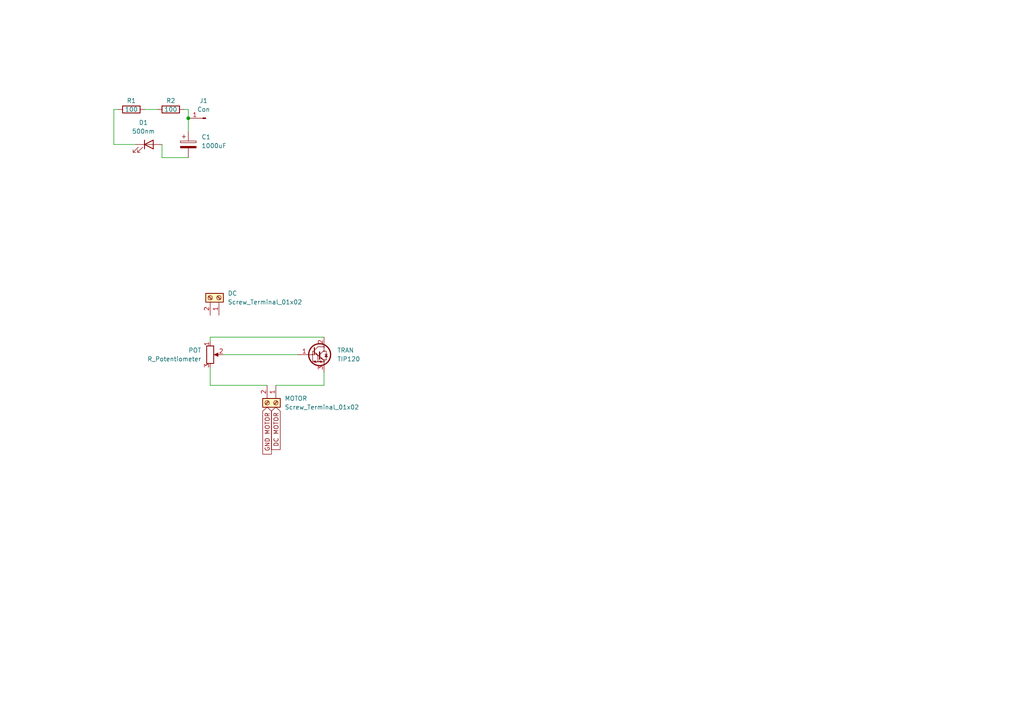
<source format=kicad_sch>
(kicad_sch (version 20211123) (generator eeschema)
  (paper "A4")
  (lib_symbols
    (symbol "Connector:Conn_01x01_Male" (pin_names (offset 1.016) hide)
      (property "Reference" "J" (at 0 2.54 0))
      (property "Value" "Conn_01x01_Male" (at 0 -2.54 0))
      (symbol "Conn_01x01_Male_1_1"
        (polyline (pts (xy 1.27 0) (xy 0.8636 0)) (stroke (width 0.1524)))
        (rectangle (start 0.8636 0.127) (end 0 -0.127) (stroke (width 0.1524)) (fill (type outline)))
        (pin passive line (at 5.08 0 180) (length 3.81) (name "Pin_1") (number "1"))
      )
    )
    (symbol "Connector:Screw_Terminal_01x02" (pin_names (offset 1.016) hide)
      (property "Reference" "J" (at 0 2.54 0))
      (property "Value" "Screw_Terminal_01x02" (at 0 -5.08 0))
      (symbol "Screw_Terminal_01x02_1_1"
        (rectangle (start -1.27 1.27) (end 1.27 -3.81) (stroke (width 0.254)) (fill (type background)))
        (circle (center 0 -2.54) (radius 0.635) (stroke (width 0.1524)))
        (polyline (pts (xy -0.5334 -2.2098) (xy 0.3302 -3.048)) (stroke (width 0.1524)))
        (polyline (pts (xy -0.5334 0.3302) (xy 0.3302 -0.508)) (stroke (width 0.1524)))
        (polyline (pts (xy -0.3556 -2.032) (xy 0.508 -2.8702)) (stroke (width 0.1524)))
        (polyline (pts (xy -0.3556 0.508) (xy 0.508 -0.3302)) (stroke (width 0.1524)))
        (circle (center 0 0) (radius 0.635) (stroke (width 0.1524)))
        (pin passive line (at -5.08 0 0) (length 3.81) (name "Pin_1") (number "1"))
        (pin passive line (at -5.08 -2.54 0) (length 3.81) (name "Pin_2") (number "2"))
      )
    )
    (symbol "Device:C_Polarized" (pin_numbers hide) (pin_names (offset 0.254))
      (property "Reference" "C" (at 0.635 2.54 0))
      (property "Value" "C_Polarized" (at 0.635 -2.54 0))
      (symbol "C_Polarized_0_1"
        (rectangle (start -2.286 0.508) (end 2.286 1.016))
        (polyline (pts (xy -1.778 2.286) (xy -0.762 2.286)))
        (polyline (pts (xy -1.27 2.794) (xy -1.27 1.778)))
        (rectangle (start 2.286 -0.508) (end -2.286 -1.016) (fill (type outline)))
      )
      (symbol "C_Polarized_1_1"
        (pin passive line (at 0 3.81 270) (length 2.794) (name "~") (number "1"))
        (pin passive line (at 0 -3.81 90) (length 2.794) (name "~") (number "2"))
      )
    )
    (symbol "Device:LED" (pin_numbers hide) (pin_names (offset 1.016) hide)
      (property "Reference" "D" (at 0 2.54 0))
      (property "Value" "LED" (at 0 -2.54 0))
      (symbol "LED_0_1"
        (polyline (pts (xy -1.27 -1.27) (xy -1.27 1.27)) (stroke (width 0.254)))
        (polyline (pts (xy -1.27 0) (xy 1.27 0)))
        (polyline (pts (xy 1.27 -1.27) (xy 1.27 1.27) (xy -1.27 0) (xy 1.27 -1.27)) (stroke (width 0.254)))
        (polyline (pts (xy -3.048 -0.762) (xy -4.572 -2.286) (xy -3.81 -2.286) (xy -4.572 -2.286) (xy -4.572 -1.524)))
        (polyline (pts (xy -1.778 -0.762) (xy -3.302 -2.286) (xy -2.54 -2.286) (xy -3.302 -2.286) (xy -3.302 -1.524)))
      )
      (symbol "LED_1_1"
        (pin passive line (at -3.81 0 0) (length 2.54) (name "K") (number "1"))
        (pin passive line (at 3.81 0 180) (length 2.54) (name "A") (number "2"))
      )
    )
    (symbol "Device:R" (pin_numbers hide) (pin_names (offset 0))
      (property "Reference" "R" (at 2.032 0 90))
      (property "Value" "R" (at 0 0 90))
      (symbol "R_0_1"
        (rectangle (start -1.016 -2.54) (end 1.016 2.54) (stroke (width 0.254)))
      )
      (symbol "R_1_1"
        (pin passive line (at 0 3.81 270) (length 1.27) (name "~") (number "1"))
        (pin passive line (at 0 -3.81 90) (length 1.27) (name "~") (number "2"))
      )
    )
    (symbol "Device:R_Potentiometer" (pin_names (offset 1.016) hide)
      (property "Reference" "RV" (at -4.445 0 90))
      (property "Value" "R_Potentiometer" (at -2.54 0 90))
      (symbol "R_Potentiometer_0_1"
        (polyline (pts (xy 2.54 0) (xy 1.524 0)))
        (polyline (pts (xy 1.143 0) (xy 2.286 0.508) (xy 2.286 -0.508) (xy 1.143 0)) (fill (type outline)))
        (rectangle (start 1.016 2.54) (end -1.016 -2.54) (stroke (width 0.254)))
      )
      (symbol "R_Potentiometer_1_1"
        (pin passive line (at 0 3.81 270) (length 1.27) (name "1") (number "1"))
        (pin passive line (at 3.81 0 180) (length 1.27) (name "2") (number "2"))
        (pin passive line (at 0 -3.81 90) (length 1.27) (name "3") (number "3"))
      )
    )
    (symbol "Transistor_BJT:TIP120" (pin_names (offset 0) hide)
      (property "Reference" "Q" (at 5.08 1.905 0))
      (property "Value" "TIP120" (at 5.08 0 0))
      (symbol "TIP120_0_1"
        (circle (center -0.762 0) (radius 0.127))
        (polyline (pts (xy -1.27 0) (xy -0.889 0)))
        (polyline (pts (xy 2.54 -2.032) (xy 2.54 -2.54)))
        (polyline (pts (xy 2.54 -1.524) (xy 3.175 -1.524)))
        (polyline (pts (xy 2.794 0.127) (xy 3.556 0.127)))
        (polyline (pts (xy 3.175 -0.635) (xy 3.175 -1.524)))
        (polyline (pts (xy 3.175 1.016) (xy 2.54 1.016)))
        (polyline (pts (xy 3.175 1.016) (xy 3.175 0.127)))
        (polyline (pts (xy -0.254 0.762) (xy 0.762 -0.254) (xy 1.27 -0.254)))
        (polyline (pts (xy -0.254 1.016) (xy -0.762 1.016) (xy -0.762 -2.032)))
        (polyline (pts (xy -0.254 1.27) (xy 0.762 2.286) (xy 2.54 2.286)))
        (polyline (pts (xy -0.254 2.032) (xy -0.254 0) (xy -0.254 0)) (stroke (width 0.3048)))
        (polyline (pts (xy 1.27 0.762) (xy 1.27 -1.27) (xy 1.27 -1.27)) (stroke (width 0.381)))
        (polyline (pts (xy 0.635 -0.127) (xy 0.381 0.381) (xy 0.127 0.127) (xy 0.635 -0.127)))
        (polyline (pts (xy 1.27 -0.508) (xy 2.286 -1.524) (xy 2.54 -1.524) (xy 2.54 -2.032)))
        (polyline (pts (xy 1.27 0) (xy 2.286 1.016) (xy 2.54 1.016) (xy 2.54 2.286)))
        (polyline (pts (xy 2.159 -1.397) (xy 1.905 -0.889) (xy 1.651 -1.143) (xy 2.159 -1.397)))
        (polyline (pts (xy 3.175 0.127) (xy 2.794 -0.635) (xy 3.556 -0.635) (xy 3.175 0.127)) (fill (type outline)))
        (polyline (pts (xy 0.762 -2.032) (xy 0.381 -2.032) (xy 0.254 -2.286) (xy 0.127 -1.778) (xy 0 -2.286) (xy -0.127 -1.778) (xy -0.254 -2.286) (xy -0.381 -1.778) (xy -0.508 -2.032) (xy -0.762 -2.032)))
        (polyline (pts (xy 0.762 -0.254) (xy 0.762 -2.032) (xy 1.143 -2.032) (xy 1.27 -1.778) (xy 1.397 -2.286) (xy 1.524 -1.778) (xy 1.651 -2.286) (xy 1.778 -1.778) (xy 1.905 -2.286) (xy 2.032 -2.032) (xy 2.54 -2.032)))
        (circle (center 0.762 -2.032) (radius 0.127))
        (circle (center 0.762 -0.254) (radius 0.127))
        (circle (center 1.27 0) (radius 3.175) (stroke (width 0.3556)))
        (circle (center 2.54 -2.032) (radius 0.127))
        (circle (center 2.54 -1.524) (radius 0.127))
        (circle (center 2.54 1.016) (radius 0.127))
        (circle (center 2.54 2.286) (radius 0.127))
      )
      (symbol "TIP120_1_1"
        (pin input line (at -5.08 0 0) (length 3.81) (name "B") (number "1"))
        (pin passive line (at 2.54 5.08 270) (length 2.667) (name "C") (number "2"))
        (pin passive line (at 2.54 -5.08 90) (length 2.54) (name "E") (number "3"))
      )
    )
  )
  (junction (at 54.61 34.29))
  (wire (pts (xy 93.98 111.76) (xy 93.98 107.95)))
  (wire (pts (xy 60.96 99.06) (xy 60.96 97.79)))
  (wire (pts (xy 80.01 111.76) (xy 93.98 111.76)))
  (wire (pts (xy 39.37 41.91) (xy 33.02 41.91)))
  (wire (pts (xy 33.02 41.91) (xy 33.02 31.75)))
  (wire (pts (xy 53.34 31.75) (xy 54.61 31.75)))
  (wire (pts (xy 46.99 45.72) (xy 46.99 41.91)))
  (wire (pts (xy 54.61 31.75) (xy 54.61 34.29)))
  (wire (pts (xy 54.61 45.72) (xy 46.99 45.72)))
  (wire (pts (xy 41.91 31.75) (xy 45.72 31.75)))
  (wire (pts (xy 60.96 111.76) (xy 77.47 111.76)))
  (wire (pts (xy 60.96 106.68) (xy 60.96 111.76)))
  (wire (pts (xy 60.96 97.79) (xy 93.98 97.79)))
  (wire (pts (xy 54.61 34.29) (xy 54.61 38.1)))
  (wire (pts (xy 64.77 102.87) (xy 86.36 102.87)))
  (wire (pts (xy 33.02 31.75) (xy 34.29 31.75)))
  (global_label "DC MOTOR" (shape input) (at 80.01 118.11 270) (property "Referências entre as folhas" "${INTERSHEET_REFS}" (effects hide)))
  (global_label "GND MOTOR" (shape input) (at 77.47 118.11 270) (property "Referências entre as folhas" "${INTERSHEET_REFS}" (effects hide)))
  (symbol (lib_id "Device:R") (at 38.1 31.75 90) (unit 1)
    (property "Reference" "R1" (at 38.1 29.21 90))
    (property "Value" "100" (at 38.1 31.75 90))
    (property "Footprint" "Resistor_THT:R_Axial_DIN0204_L3.6mm_D1.6mm_P7.62mm_Horizontal" (effects hide))
  )
  (symbol (lib_id "Device:R_Potentiometer") (at 60.96 102.87 0) (unit 1)
    (property "Reference" "POT" (at 58.42 101.5999 0) (effects (justify right)))
    (property "Value" "R_Potentiometer" (at 58.42 104.1399 0) (effects (justify right)))
    (property "Footprint" "Potentiometer_THT:Potentiometer_Piher_T-16H_Single_Horizontal" (effects hide))
  )
  (symbol (lib_id "Connector:Screw_Terminal_01x02") (at 63.5 86.36 270) (mirror x) (unit 1)
    (property "Reference" "DC" (at 66.04 85.0899 90) (effects (justify left)))
    (property "Value" "Screw_Terminal_01x02" (at 66.04 87.6299 90) (effects (justify left)))
  )
  (symbol (lib_id "Connector:Screw_Terminal_01x02") (at 80.01 116.84 270) (unit 1)
    (property "Reference" "MOTOR" (at 82.55 115.5699 90) (effects (justify left)))
    (property "Value" "Screw_Terminal_01x02" (at 82.55 118.1099 90) (effects (justify left)))
  )
  (symbol (lib_id "Device:R") (at 49.53 31.75 90) (unit 1)
    (property "Reference" "R2" (at 49.53 29.21 90))
    (property "Value" "100" (at 49.53 31.75 90))
    (property "Footprint" "Resistor_THT:R_Axial_DIN0204_L3.6mm_D1.6mm_P7.62mm_Horizontal" (effects hide))
  )
  (symbol (lib_id "Device:C_Polarized") (at 54.61 41.91 0) (unit 1)
    (property "Reference" "C1" (at 58.42 39.7509 0) (effects (justify left)))
    (property "Value" "1000uF" (at 58.42 42.2909 0) (effects (justify left)))
    (property "Footprint" "Capacitor_THT:CP_Radial_D10.0mm_P5.00mm" (effects hide))
  )
  (symbol (lib_id "Transistor_BJT:TIP120") (at 91.44 102.87 0) (unit 1)
    (property "Reference" "TRAN" (at 97.79 101.5999 0) (effects (justify left)))
    (property "Value" "TIP120" (at 97.79 104.1399 0) (effects (justify left)))
    (property "Footprint" "Package_TO_SOT_THT:TO-220-3_Vertical" (effects hide))
    (property "Datasheet" "https://www.onsemi.com/pub/Collateral/TIP120-D.PDF" (effects hide))
  )
  (symbol (lib_id "Connector:Conn_01x01_Male") (at 59.69 34.29 180) (unit 1)
    (property "Reference" "J1" (at 59.055 29.21 0))
    (property "Value" "Con" (at 59.055 31.75 0))
    (property "Footprint" "Connector_PinHeader_2.54mm:PinHeader_1x01_P2.54mm_Vertical" (effects hide))
  )
  (symbol (lib_id "Device:LED") (at 43.18 41.91 0) (unit 1)
    (property "Reference" "D1" (at 41.5925 35.56 0))
    (property "Value" "500nm" (at 41.5925 38.1 0))
    (property "Footprint" "LED_THT:LED_D5.0mm" (effects hide))
  )
)
</source>
